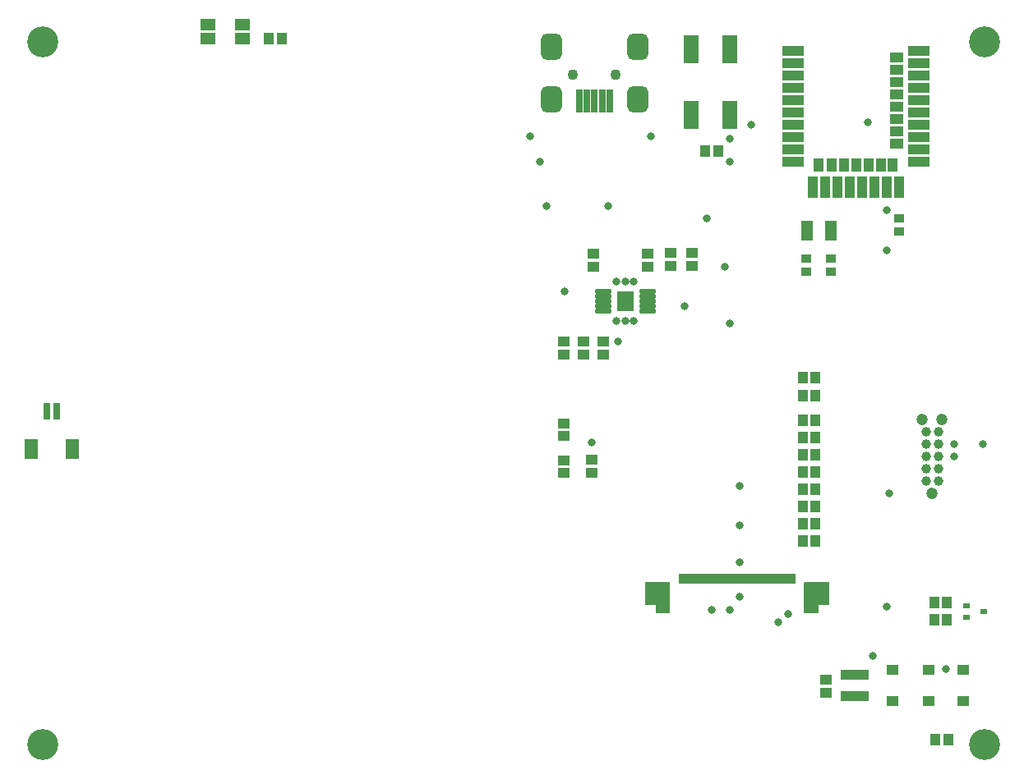
<source format=gts>
G04*
G04 #@! TF.GenerationSoftware,Altium Limited,Altium Designer,19.1.9 (167)*
G04*
G04 Layer_Color=8388736*
%FSLAX25Y25*%
%MOIN*%
G70*
G01*
G75*
%ADD19R,0.04540X0.04147*%
%ADD20R,0.04737X0.04343*%
%ADD21R,0.03950X0.03753*%
%ADD22R,0.08674X0.03950*%
%ADD23R,0.03950X0.08674*%
%ADD24R,0.06312X0.11627*%
%ADD25R,0.04147X0.04540*%
%ADD26C,0.03900*%
%ADD27R,0.02600X0.02200*%
%ADD28R,0.11430X0.03950*%
%ADD29R,0.04737X0.07887*%
%ADD30R,0.04343X0.04737*%
%ADD31R,0.04737X0.04737*%
%ADD32R,0.01981X0.03950*%
G04:AMPARAMS|DCode=33|XSize=19.81mil|YSize=69.02mil|CornerRadius=5.95mil|HoleSize=0mil|Usage=FLASHONLY|Rotation=90.000|XOffset=0mil|YOffset=0mil|HoleType=Round|Shape=RoundedRectangle|*
%AMROUNDEDRECTD33*
21,1,0.01981,0.05713,0,0,90.0*
21,1,0.00791,0.06902,0,0,90.0*
1,1,0.01190,0.02856,0.00396*
1,1,0.01190,0.02856,-0.00396*
1,1,0.01190,-0.02856,-0.00396*
1,1,0.01190,-0.02856,0.00396*
%
%ADD33ROUNDEDRECTD33*%
G04:AMPARAMS|DCode=34|XSize=69.81mil|YSize=82.02mil|CornerRadius=5.85mil|HoleSize=0mil|Usage=FLASHONLY|Rotation=0.000|XOffset=0mil|YOffset=0mil|HoleType=Round|Shape=RoundedRectangle|*
%AMROUNDEDRECTD34*
21,1,0.06981,0.07031,0,0,0.0*
21,1,0.05810,0.08202,0,0,0.0*
1,1,0.01171,0.02905,-0.03515*
1,1,0.01171,-0.02905,-0.03515*
1,1,0.01171,-0.02905,0.03515*
1,1,0.01171,0.02905,0.03515*
%
%ADD34ROUNDEDRECTD34*%
%ADD35R,0.03162X0.06902*%
%ADD36R,0.05524X0.07887*%
%ADD37R,0.06312X0.04934*%
G04:AMPARAMS|DCode=38|XSize=86.74mil|YSize=106.42mil|CornerRadius=23.68mil|HoleSize=0mil|Usage=FLASHONLY|Rotation=0.000|XOffset=0mil|YOffset=0mil|HoleType=Round|Shape=RoundedRectangle|*
%AMROUNDEDRECTD38*
21,1,0.08674,0.05906,0,0,0.0*
21,1,0.03937,0.10642,0,0,0.0*
1,1,0.04737,0.01968,-0.02953*
1,1,0.04737,-0.01968,-0.02953*
1,1,0.04737,-0.01968,0.02953*
1,1,0.04737,0.01968,0.02953*
%
%ADD38ROUNDEDRECTD38*%
%ADD39R,0.02769X0.09658*%
%ADD40R,0.04816X0.04265*%
%ADD41R,0.05524X0.03950*%
%ADD42R,0.03950X0.05524*%
%ADD43C,0.04700*%
%ADD44C,0.04343*%
%ADD45C,0.12611*%
%ADD46C,0.03300*%
%ADD47C,0.02769*%
G36*
X265800Y77962D02*
X265852Y77952D01*
X265901Y77935D01*
X265949Y77912D01*
X265992Y77883D01*
X266032Y77848D01*
X266066Y77809D01*
X266095Y77765D01*
X266118Y77718D01*
X266135Y77669D01*
X266145Y77617D01*
X266149Y77565D01*
Y65557D01*
X266145Y65505D01*
X266135Y65453D01*
X266118Y65404D01*
X266095Y65357D01*
X266066Y65313D01*
X266032Y65274D01*
X265992Y65239D01*
X265949Y65210D01*
X265901Y65187D01*
X265852Y65170D01*
X265800Y65160D01*
X265748Y65156D01*
X260630D01*
X260578Y65160D01*
X260526Y65170D01*
X260476Y65187D01*
X260430Y65210D01*
X260386Y65239D01*
X260347Y65274D01*
X260312Y65313D01*
X260283Y65357D01*
X260260Y65404D01*
X260243Y65453D01*
X260232Y65505D01*
X260229Y65557D01*
Y68503D01*
X256299D01*
X256247Y68506D01*
X256195Y68516D01*
X256146Y68533D01*
X256099Y68556D01*
X256055Y68585D01*
X256016Y68620D01*
X255981Y68660D01*
X255952Y68703D01*
X255929Y68750D01*
X255912Y68800D01*
X255902Y68851D01*
X255898Y68903D01*
Y77565D01*
X255902Y77617D01*
X255912Y77669D01*
X255929Y77718D01*
X255952Y77765D01*
X255981Y77809D01*
X256016Y77848D01*
X256055Y77883D01*
X256099Y77912D01*
X256146Y77935D01*
X256195Y77952D01*
X256247Y77962D01*
X256299Y77966D01*
X265748D01*
X265800Y77962D01*
D02*
G37*
G36*
X330367D02*
X330419Y77952D01*
X330468Y77935D01*
X330515Y77912D01*
X330559Y77883D01*
X330598Y77848D01*
X330633Y77809D01*
X330662Y77765D01*
X330685Y77718D01*
X330702Y77669D01*
X330712Y77617D01*
X330716Y77565D01*
Y68903D01*
X330712Y68851D01*
X330702Y68800D01*
X330685Y68750D01*
X330662Y68703D01*
X330633Y68660D01*
X330598Y68620D01*
X330559Y68585D01*
X330515Y68556D01*
X330468Y68533D01*
X330419Y68516D01*
X330367Y68506D01*
X330315Y68503D01*
X326385D01*
Y65557D01*
X326382Y65505D01*
X326372Y65453D01*
X326355Y65404D01*
X326331Y65357D01*
X326302Y65313D01*
X326268Y65274D01*
X326228Y65239D01*
X326185Y65210D01*
X326138Y65187D01*
X326088Y65170D01*
X326037Y65160D01*
X325984Y65156D01*
X320866D01*
X320814Y65160D01*
X320762Y65170D01*
X320713Y65187D01*
X320666Y65210D01*
X320622Y65239D01*
X320583Y65274D01*
X320548Y65313D01*
X320519Y65357D01*
X320496Y65404D01*
X320479Y65453D01*
X320469Y65505D01*
X320465Y65557D01*
Y77565D01*
X320469Y77617D01*
X320479Y77669D01*
X320496Y77718D01*
X320519Y77765D01*
X320548Y77809D01*
X320583Y77848D01*
X320622Y77883D01*
X320666Y77912D01*
X320713Y77935D01*
X320762Y77952D01*
X320814Y77962D01*
X320866Y77966D01*
X330315D01*
X330367Y77962D01*
D02*
G37*
D19*
X266500Y211559D02*
D03*
Y206441D02*
D03*
X223000Y137303D02*
D03*
Y142421D02*
D03*
Y122303D02*
D03*
Y127421D02*
D03*
X239000Y175559D02*
D03*
Y170441D02*
D03*
X231000Y175559D02*
D03*
Y170441D02*
D03*
X223000Y175559D02*
D03*
Y170441D02*
D03*
X275000Y206441D02*
D03*
Y211559D02*
D03*
D20*
X235000Y206004D02*
D03*
Y211319D02*
D03*
X257000Y206004D02*
D03*
Y211319D02*
D03*
X234500Y127520D02*
D03*
Y122205D02*
D03*
X329500Y38157D02*
D03*
Y32842D02*
D03*
D21*
X359000Y225658D02*
D03*
Y220342D02*
D03*
X331500Y203842D02*
D03*
Y209157D02*
D03*
X321500Y203842D02*
D03*
Y209157D02*
D03*
D22*
X367055Y293500D02*
D03*
Y288500D02*
D03*
Y283500D02*
D03*
Y278500D02*
D03*
Y273500D02*
D03*
Y268500D02*
D03*
Y263500D02*
D03*
Y258500D02*
D03*
Y253500D02*
D03*
Y248500D02*
D03*
X315874D02*
D03*
Y253500D02*
D03*
Y258500D02*
D03*
Y263500D02*
D03*
Y268500D02*
D03*
Y273500D02*
D03*
Y278500D02*
D03*
Y283500D02*
D03*
Y288500D02*
D03*
Y293500D02*
D03*
D23*
X358965Y238264D02*
D03*
X353965D02*
D03*
X348965D02*
D03*
X343965D02*
D03*
X338965D02*
D03*
X333965D02*
D03*
X328965D02*
D03*
X323965D02*
D03*
D24*
X274626Y267713D02*
D03*
X290374D02*
D03*
X274626Y294287D02*
D03*
X290374D02*
D03*
D25*
X108559Y298500D02*
D03*
X103441D02*
D03*
X280441Y253000D02*
D03*
X285559D02*
D03*
X373382Y69500D02*
D03*
X378500D02*
D03*
Y62500D02*
D03*
X373382D02*
D03*
D26*
X375000Y119000D02*
D03*
Y124000D02*
D03*
Y129000D02*
D03*
Y134000D02*
D03*
Y139000D02*
D03*
X370000Y119000D02*
D03*
Y129000D02*
D03*
Y124000D02*
D03*
Y134000D02*
D03*
Y139000D02*
D03*
D27*
X386500Y68450D02*
D03*
Y63550D02*
D03*
X393500Y66000D02*
D03*
D28*
X341000Y31500D02*
D03*
Y40161D02*
D03*
D29*
X321579Y220500D02*
D03*
X331421D02*
D03*
D30*
X325157Y161000D02*
D03*
X319843D02*
D03*
X325157Y153500D02*
D03*
X319843D02*
D03*
X373685Y14000D02*
D03*
X379000D02*
D03*
X325157Y94500D02*
D03*
X319843D02*
D03*
X325157Y101500D02*
D03*
X319843D02*
D03*
X325157Y108500D02*
D03*
X319843D02*
D03*
X325157Y115500D02*
D03*
X319843D02*
D03*
X325157Y122500D02*
D03*
X319843D02*
D03*
X325157Y129500D02*
D03*
X319843D02*
D03*
X325157Y136500D02*
D03*
X319843D02*
D03*
X325157Y143500D02*
D03*
X319843D02*
D03*
D31*
X325787Y72742D02*
D03*
X260827D02*
D03*
D32*
X315945Y79142D02*
D03*
X313976D02*
D03*
X312008D02*
D03*
X310039D02*
D03*
X308071D02*
D03*
X306102D02*
D03*
X304134D02*
D03*
X302165D02*
D03*
X300197D02*
D03*
X298228D02*
D03*
X296260D02*
D03*
X294291D02*
D03*
X292323D02*
D03*
X290354D02*
D03*
X288386D02*
D03*
X286417D02*
D03*
X284449D02*
D03*
X282480D02*
D03*
X280512D02*
D03*
X278543D02*
D03*
X276575D02*
D03*
X274606D02*
D03*
X272638D02*
D03*
X270669D02*
D03*
D33*
X257154Y188063D02*
D03*
Y190032D02*
D03*
Y192000D02*
D03*
Y193968D02*
D03*
X238846Y188063D02*
D03*
Y190032D02*
D03*
Y192000D02*
D03*
Y193968D02*
D03*
Y195937D02*
D03*
X257154D02*
D03*
D34*
X248000Y192000D02*
D03*
D35*
X13299Y147256D02*
D03*
X17236D02*
D03*
D36*
X7000Y132000D02*
D03*
X23535D02*
D03*
D37*
X78543Y304354D02*
D03*
Y298646D02*
D03*
X92716D02*
D03*
Y304354D02*
D03*
D38*
X217980Y273811D02*
D03*
Y295268D02*
D03*
X253020D02*
D03*
Y273811D02*
D03*
D39*
X229201Y273437D02*
D03*
X232350D02*
D03*
X241799D02*
D03*
X238650D02*
D03*
X235500D02*
D03*
D40*
X356500Y42374D02*
D03*
Y29500D02*
D03*
X385000Y29563D02*
D03*
Y42437D02*
D03*
X371000Y29563D02*
D03*
Y42437D02*
D03*
D41*
X358000Y291000D02*
D03*
Y286000D02*
D03*
Y281000D02*
D03*
Y276000D02*
D03*
Y271000D02*
D03*
Y266000D02*
D03*
Y261000D02*
D03*
Y256000D02*
D03*
D42*
X356465Y247319D02*
D03*
X351555D02*
D03*
X346555D02*
D03*
X341555D02*
D03*
X336555D02*
D03*
X331555D02*
D03*
X326465D02*
D03*
D43*
X372500Y114000D02*
D03*
X376500Y144000D02*
D03*
X368500D02*
D03*
D44*
X226839Y283968D02*
D03*
X244161D02*
D03*
D45*
X393701Y11811D02*
D03*
Y297244D02*
D03*
X11811Y11811D02*
D03*
Y297244D02*
D03*
D46*
X325787Y72742D02*
D03*
X260827D02*
D03*
X381500Y129000D02*
D03*
X290500Y183000D02*
D03*
X251500Y200000D02*
D03*
X248000D02*
D03*
X244500D02*
D03*
X251500Y184000D02*
D03*
X248000D02*
D03*
X244500D02*
D03*
X223500Y196000D02*
D03*
X290374Y257815D02*
D03*
X354000Y212500D02*
D03*
X355000Y114000D02*
D03*
X354000Y68000D02*
D03*
X281000Y225500D02*
D03*
X213500Y248500D02*
D03*
X299000Y263500D02*
D03*
X234500Y134500D02*
D03*
X346500Y264500D02*
D03*
X258500Y259000D02*
D03*
X209500D02*
D03*
X290500Y248500D02*
D03*
X272000Y190000D02*
D03*
X381500Y134000D02*
D03*
X393000D02*
D03*
X288500Y206000D02*
D03*
X354000Y229000D02*
D03*
X245000Y175500D02*
D03*
X314000Y65000D02*
D03*
X348500Y48000D02*
D03*
X310000Y61500D02*
D03*
X378000Y42500D02*
D03*
X216000Y230500D02*
D03*
X241000D02*
D03*
X294500Y72000D02*
D03*
X290500Y66500D02*
D03*
X283000D02*
D03*
X294500Y117000D02*
D03*
Y101000D02*
D03*
Y86000D02*
D03*
D47*
X248000Y192000D02*
D03*
X249772Y194362D02*
D03*
Y189638D02*
D03*
X246228D02*
D03*
Y194362D02*
D03*
M02*

</source>
